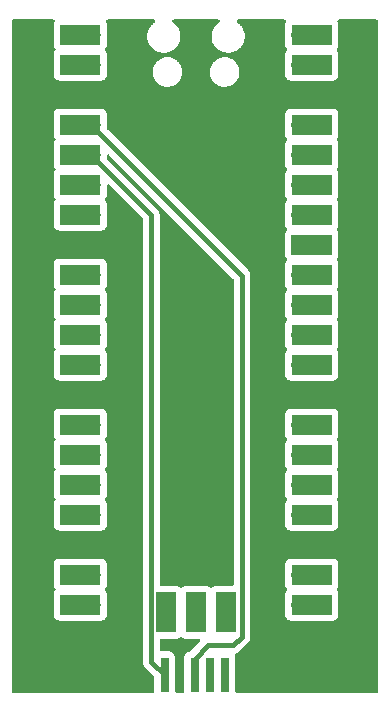
<source format=gtl>
G04 #@! TF.GenerationSoftware,KiCad,Pcbnew,7.0.7-7.0.7~ubuntu22.04.1*
G04 #@! TF.CreationDate,2024-01-07T15:40:38+01:00*
G04 #@! TF.ProjectId,pico-dap-swd,7069636f-2d64-4617-902d-7377642e6b69,rev?*
G04 #@! TF.SameCoordinates,Original*
G04 #@! TF.FileFunction,Copper,L1,Top*
G04 #@! TF.FilePolarity,Positive*
%FSLAX46Y46*%
G04 Gerber Fmt 4.6, Leading zero omitted, Abs format (unit mm)*
G04 Created by KiCad (PCBNEW 7.0.7-7.0.7~ubuntu22.04.1) date 2024-01-07 15:40:38*
%MOMM*%
%LPD*%
G01*
G04 APERTURE LIST*
G04 #@! TA.AperFunction,SMDPad,CuDef*
%ADD10R,1.700000X3.500000*%
G04 #@! TD*
G04 #@! TA.AperFunction,ComponentPad*
%ADD11O,1.700000X1.700000*%
G04 #@! TD*
G04 #@! TA.AperFunction,ComponentPad*
%ADD12R,1.700000X1.700000*%
G04 #@! TD*
G04 #@! TA.AperFunction,SMDPad,CuDef*
%ADD13R,3.500000X1.700000*%
G04 #@! TD*
G04 #@! TA.AperFunction,SMDPad,CuDef*
%ADD14R,0.750000X3.000000*%
G04 #@! TD*
G04 #@! TA.AperFunction,ViaPad*
%ADD15C,0.800000*%
G04 #@! TD*
G04 #@! TA.AperFunction,Conductor*
%ADD16C,0.400000*%
G04 #@! TD*
G04 APERTURE END LIST*
D10*
X83150000Y-86210000D03*
D11*
X83150000Y-85310000D03*
D10*
X80610000Y-86210000D03*
D12*
X80610000Y-85310000D03*
D11*
X78070000Y-85310000D03*
D10*
X78070000Y-86210000D03*
D13*
X90400000Y-37280000D03*
D11*
X89500000Y-37280000D03*
X89500000Y-39820000D03*
D13*
X90400000Y-39820000D03*
D12*
X89500000Y-42360000D03*
D13*
X90400000Y-42360000D03*
D11*
X89500000Y-44900000D03*
D13*
X90400000Y-44900000D03*
X90400000Y-47440000D03*
D11*
X89500000Y-47440000D03*
X89500000Y-49980000D03*
D13*
X90400000Y-49980000D03*
D11*
X89500000Y-52520000D03*
D13*
X90400000Y-52520000D03*
D12*
X89500000Y-55060000D03*
D13*
X90400000Y-55060000D03*
X90400000Y-57600000D03*
D11*
X89500000Y-57600000D03*
D13*
X90400000Y-60140000D03*
D11*
X89500000Y-60140000D03*
X89500000Y-62680000D03*
D13*
X90400000Y-62680000D03*
X90400000Y-65220000D03*
D11*
X89500000Y-65220000D03*
D13*
X90400000Y-67760000D03*
D12*
X89500000Y-67760000D03*
D13*
X90400000Y-70300000D03*
D11*
X89500000Y-70300000D03*
X89500000Y-72840000D03*
D13*
X90400000Y-72840000D03*
D11*
X89500000Y-75380000D03*
D13*
X90400000Y-75380000D03*
X90400000Y-77920000D03*
D11*
X89500000Y-77920000D03*
D12*
X89500000Y-80460000D03*
D13*
X90400000Y-80460000D03*
D11*
X89500000Y-83000000D03*
D13*
X90400000Y-83000000D03*
D11*
X89500000Y-85540000D03*
D13*
X90400000Y-85540000D03*
D11*
X71720000Y-85540000D03*
D13*
X70820000Y-85540000D03*
X70820000Y-83000000D03*
D11*
X71720000Y-83000000D03*
D12*
X71720000Y-80460000D03*
D13*
X70820000Y-80460000D03*
D11*
X71720000Y-77920000D03*
D13*
X70820000Y-77920000D03*
D11*
X71720000Y-75380000D03*
D13*
X70820000Y-75380000D03*
X70820000Y-72840000D03*
D11*
X71720000Y-72840000D03*
X71720000Y-70300000D03*
D13*
X70820000Y-70300000D03*
X70820000Y-67760000D03*
D12*
X71720000Y-67760000D03*
D13*
X70820000Y-65220000D03*
D11*
X71720000Y-65220000D03*
X71720000Y-62680000D03*
D13*
X70820000Y-62680000D03*
X70820000Y-60140000D03*
D11*
X71720000Y-60140000D03*
X71720000Y-57600000D03*
D13*
X70820000Y-57600000D03*
X70820000Y-55060000D03*
D12*
X71720000Y-55060000D03*
D11*
X71720000Y-52520000D03*
D13*
X70820000Y-52520000D03*
X70820000Y-49980000D03*
D11*
X71720000Y-49980000D03*
D13*
X70820000Y-47440000D03*
D11*
X71720000Y-47440000D03*
D13*
X70820000Y-44900000D03*
D11*
X71720000Y-44900000D03*
D12*
X71720000Y-42360000D03*
D13*
X70820000Y-42360000D03*
X70820000Y-39820000D03*
D11*
X71720000Y-39820000D03*
D13*
X70820000Y-37280000D03*
D11*
X71720000Y-37280000D03*
D14*
X83040000Y-91512500D03*
X81770000Y-91512500D03*
X80500000Y-91512500D03*
X79230000Y-91512500D03*
X77960000Y-91512500D03*
D15*
X66950000Y-38361750D03*
X66950000Y-44361750D03*
X66950000Y-50361750D03*
X66950000Y-56361750D03*
X66950000Y-62361750D03*
X66950000Y-68361750D03*
X66950000Y-74361750D03*
X66950000Y-80361750D03*
X66950000Y-86361750D03*
X68950000Y-90361750D03*
X72950000Y-88361750D03*
X74950000Y-38361750D03*
X74950000Y-44361750D03*
X74950000Y-54361750D03*
X74950000Y-60361750D03*
X74950000Y-66361750D03*
X74950000Y-72361750D03*
X74950000Y-78361750D03*
X74950000Y-84361750D03*
X78950000Y-42361750D03*
X78950000Y-48361750D03*
X78950000Y-56361750D03*
X78950000Y-62361750D03*
X78950000Y-68361750D03*
X78950000Y-74361750D03*
X78950000Y-80361750D03*
X80950000Y-38361750D03*
X82950000Y-44361750D03*
X82950000Y-50361750D03*
X82950000Y-58361750D03*
X82950000Y-64361750D03*
X82950000Y-70361750D03*
X82950000Y-76361750D03*
X82950000Y-82361750D03*
X84950000Y-40361750D03*
X84950000Y-54361750D03*
X84950000Y-90361750D03*
X86950000Y-46361750D03*
X86950000Y-60361750D03*
X86950000Y-66361750D03*
X86950000Y-72361750D03*
X86950000Y-78361750D03*
X86950000Y-84361750D03*
X88950000Y-88361750D03*
X92950000Y-90361750D03*
X94950000Y-38361750D03*
X94950000Y-44361750D03*
X94950000Y-50361750D03*
X94950000Y-56361750D03*
X94950000Y-62361750D03*
X94950000Y-68361750D03*
X94950000Y-74361750D03*
X94950000Y-80361750D03*
X94950000Y-86361750D03*
X79500000Y-89000000D03*
D16*
X79230000Y-91512500D02*
X79230000Y-89270000D01*
X79230000Y-89270000D02*
X79500000Y-89000000D01*
X80500000Y-91512500D02*
X80500000Y-90107500D01*
X84500000Y-57680000D02*
X71720000Y-44900000D01*
X80500000Y-90107500D02*
X81607500Y-89000000D01*
X81607500Y-89000000D02*
X83760000Y-89000000D01*
X83760000Y-89000000D02*
X84500000Y-88260000D01*
X84500000Y-88260000D02*
X84500000Y-57680000D01*
X77960000Y-91512500D02*
X76820000Y-90372500D01*
X76820000Y-90372500D02*
X76820000Y-52540000D01*
X76820000Y-52540000D02*
X71720000Y-47440000D01*
G04 #@! TA.AperFunction,Conductor*
G36*
X68586454Y-36020185D02*
G01*
X68632209Y-36072989D01*
X68642153Y-36142147D01*
X68628246Y-36183929D01*
X68626203Y-36187669D01*
X68575908Y-36322517D01*
X68569877Y-36378621D01*
X68569501Y-36382123D01*
X68569500Y-36382135D01*
X68569500Y-38177870D01*
X68569501Y-38177876D01*
X68575908Y-38237483D01*
X68626202Y-38372328D01*
X68626204Y-38372331D01*
X68703577Y-38475688D01*
X68727995Y-38541152D01*
X68713144Y-38609425D01*
X68703578Y-38624310D01*
X68626204Y-38727668D01*
X68626202Y-38727671D01*
X68575908Y-38862517D01*
X68569501Y-38922116D01*
X68569501Y-38922123D01*
X68569500Y-38922135D01*
X68569500Y-40717870D01*
X68569501Y-40717876D01*
X68575908Y-40777483D01*
X68626202Y-40912328D01*
X68626206Y-40912335D01*
X68712452Y-41027544D01*
X68712455Y-41027547D01*
X68827664Y-41113793D01*
X68827671Y-41113797D01*
X68962517Y-41164091D01*
X68962516Y-41164091D01*
X68969444Y-41164835D01*
X69022127Y-41170500D01*
X71658317Y-41170499D01*
X71663721Y-41170734D01*
X71686774Y-41172751D01*
X71719999Y-41175659D01*
X71719999Y-41175658D01*
X71720000Y-41175659D01*
X71776280Y-41170734D01*
X71781682Y-41170499D01*
X72617871Y-41170499D01*
X72617872Y-41170499D01*
X72677483Y-41164091D01*
X72812331Y-41113796D01*
X72927546Y-41027546D01*
X73013796Y-40912331D01*
X73064091Y-40777483D01*
X73070500Y-40717873D01*
X73070500Y-40440003D01*
X76929723Y-40440003D01*
X76931688Y-40462470D01*
X76931862Y-40470660D01*
X76930709Y-40496324D01*
X76930710Y-40496328D01*
X76941641Y-40577031D01*
X76941966Y-40579949D01*
X76948792Y-40657972D01*
X76948795Y-40657987D01*
X76955482Y-40682941D01*
X76957034Y-40690670D01*
X76960924Y-40719381D01*
X76960926Y-40719392D01*
X76985075Y-40793713D01*
X76985997Y-40796825D01*
X77005423Y-40869324D01*
X77005427Y-40869336D01*
X77017736Y-40895732D01*
X77020512Y-40902779D01*
X77030483Y-40933464D01*
X77065970Y-40999411D01*
X77067558Y-41002576D01*
X77097898Y-41067639D01*
X77116490Y-41094191D01*
X77120303Y-41100378D01*
X77137146Y-41131678D01*
X77137152Y-41131687D01*
X77181792Y-41187663D01*
X77184106Y-41190758D01*
X77210510Y-41228465D01*
X77223402Y-41246877D01*
X77223405Y-41246880D01*
X77248646Y-41272121D01*
X77253283Y-41277309D01*
X77277492Y-41307666D01*
X77328959Y-41352632D01*
X77332008Y-41355483D01*
X77378116Y-41401592D01*
X77378122Y-41401597D01*
X77378123Y-41401598D01*
X77389802Y-41409775D01*
X77410055Y-41423957D01*
X77415290Y-41428057D01*
X77447004Y-41455765D01*
X77447013Y-41455771D01*
X77502849Y-41489131D01*
X77506613Y-41491568D01*
X77557359Y-41527101D01*
X77557364Y-41527104D01*
X77579917Y-41537620D01*
X77595677Y-41544969D01*
X77601271Y-41547935D01*
X77638349Y-41570088D01*
X77640236Y-41571215D01*
X77658828Y-41578192D01*
X77698083Y-41592925D01*
X77702503Y-41594782D01*
X77755670Y-41619575D01*
X77755674Y-41619577D01*
X77786069Y-41627720D01*
X77799677Y-41631366D01*
X77805413Y-41633207D01*
X77822264Y-41639531D01*
X77850976Y-41650307D01*
X77908545Y-41660754D01*
X77913511Y-41661868D01*
X77967023Y-41676207D01*
X78015689Y-41680464D01*
X78021306Y-41681218D01*
X78072453Y-41690500D01*
X78127691Y-41690500D01*
X78133092Y-41690735D01*
X78161548Y-41693225D01*
X78184998Y-41695277D01*
X78185000Y-41695277D01*
X78237992Y-41690640D01*
X78241121Y-41690500D01*
X78241155Y-41690500D01*
X78295172Y-41685638D01*
X78402977Y-41676207D01*
X78403000Y-41676200D01*
X78403475Y-41676117D01*
X78408713Y-41675419D01*
X78409188Y-41675377D01*
X78512997Y-41646726D01*
X78614330Y-41619575D01*
X78614337Y-41619571D01*
X78621254Y-41617053D01*
X78625948Y-41615554D01*
X78626170Y-41615493D01*
X78626181Y-41615487D01*
X78626183Y-41615487D01*
X78720454Y-41570088D01*
X78720453Y-41570087D01*
X78812639Y-41527102D01*
X78812644Y-41527097D01*
X78817327Y-41524395D01*
X78817400Y-41524522D01*
X78828164Y-41518218D01*
X78828973Y-41517829D01*
X78911156Y-41458118D01*
X78991877Y-41401598D01*
X78992747Y-41400727D01*
X79007550Y-41388084D01*
X79011078Y-41385522D01*
X79079131Y-41314343D01*
X79146598Y-41246877D01*
X79149285Y-41243039D01*
X79161239Y-41228465D01*
X79166629Y-41222828D01*
X79166628Y-41222828D01*
X79166632Y-41222825D01*
X79219164Y-41143241D01*
X79272102Y-41067639D01*
X79275543Y-41060259D01*
X79284432Y-41044364D01*
X79290635Y-41034968D01*
X79326889Y-40950146D01*
X79364575Y-40869330D01*
X79367570Y-40858148D01*
X79373325Y-40841505D01*
X79379103Y-40827988D01*
X79398936Y-40741092D01*
X79421207Y-40657977D01*
X79422887Y-40638766D01*
X79424206Y-40630377D01*
X79424445Y-40629325D01*
X79429191Y-40608537D01*
X79433050Y-40522602D01*
X79440277Y-40440003D01*
X81779723Y-40440003D01*
X81781688Y-40462470D01*
X81781862Y-40470660D01*
X81780709Y-40496324D01*
X81780710Y-40496328D01*
X81791641Y-40577031D01*
X81791966Y-40579949D01*
X81798792Y-40657972D01*
X81798795Y-40657987D01*
X81805482Y-40682941D01*
X81807034Y-40690670D01*
X81810924Y-40719381D01*
X81810926Y-40719392D01*
X81835075Y-40793713D01*
X81835997Y-40796825D01*
X81855423Y-40869324D01*
X81855427Y-40869336D01*
X81867736Y-40895732D01*
X81870512Y-40902779D01*
X81880483Y-40933464D01*
X81915970Y-40999411D01*
X81917558Y-41002576D01*
X81947898Y-41067639D01*
X81966490Y-41094191D01*
X81970303Y-41100378D01*
X81987146Y-41131678D01*
X81987152Y-41131687D01*
X82031792Y-41187663D01*
X82034106Y-41190758D01*
X82060510Y-41228465D01*
X82073402Y-41246877D01*
X82073405Y-41246880D01*
X82098646Y-41272121D01*
X82103283Y-41277309D01*
X82127492Y-41307666D01*
X82178959Y-41352632D01*
X82182008Y-41355483D01*
X82228116Y-41401592D01*
X82228122Y-41401597D01*
X82228123Y-41401598D01*
X82239802Y-41409775D01*
X82260055Y-41423957D01*
X82265290Y-41428057D01*
X82297004Y-41455765D01*
X82297013Y-41455771D01*
X82352849Y-41489131D01*
X82356613Y-41491568D01*
X82407359Y-41527101D01*
X82407364Y-41527104D01*
X82429917Y-41537620D01*
X82445677Y-41544969D01*
X82451271Y-41547935D01*
X82488349Y-41570088D01*
X82490236Y-41571215D01*
X82508828Y-41578192D01*
X82548083Y-41592925D01*
X82552503Y-41594782D01*
X82605670Y-41619575D01*
X82605674Y-41619577D01*
X82636069Y-41627720D01*
X82649677Y-41631366D01*
X82655413Y-41633207D01*
X82672264Y-41639531D01*
X82700976Y-41650307D01*
X82758545Y-41660754D01*
X82763511Y-41661868D01*
X82817023Y-41676207D01*
X82865689Y-41680464D01*
X82871306Y-41681218D01*
X82922453Y-41690500D01*
X82977691Y-41690500D01*
X82983092Y-41690735D01*
X83011548Y-41693225D01*
X83034998Y-41695277D01*
X83035000Y-41695277D01*
X83087992Y-41690640D01*
X83091121Y-41690500D01*
X83091155Y-41690500D01*
X83145172Y-41685638D01*
X83252977Y-41676207D01*
X83253000Y-41676200D01*
X83253475Y-41676117D01*
X83258713Y-41675419D01*
X83259188Y-41675377D01*
X83362997Y-41646726D01*
X83464330Y-41619575D01*
X83464337Y-41619571D01*
X83471254Y-41617053D01*
X83475948Y-41615554D01*
X83476170Y-41615493D01*
X83476181Y-41615487D01*
X83476183Y-41615487D01*
X83570454Y-41570088D01*
X83570453Y-41570088D01*
X83662639Y-41527102D01*
X83662644Y-41527097D01*
X83667327Y-41524395D01*
X83667400Y-41524522D01*
X83678164Y-41518218D01*
X83678973Y-41517829D01*
X83761156Y-41458118D01*
X83841877Y-41401598D01*
X83842747Y-41400727D01*
X83857550Y-41388084D01*
X83861078Y-41385522D01*
X83929131Y-41314343D01*
X83996598Y-41246877D01*
X83999285Y-41243039D01*
X84011239Y-41228465D01*
X84016629Y-41222828D01*
X84016628Y-41222828D01*
X84016632Y-41222825D01*
X84069164Y-41143241D01*
X84122102Y-41067639D01*
X84125543Y-41060259D01*
X84134432Y-41044364D01*
X84140635Y-41034968D01*
X84176889Y-40950146D01*
X84214575Y-40869330D01*
X84217570Y-40858148D01*
X84223325Y-40841505D01*
X84229103Y-40827988D01*
X84248936Y-40741092D01*
X84271207Y-40657977D01*
X84272887Y-40638766D01*
X84274206Y-40630377D01*
X84274445Y-40629325D01*
X84279191Y-40608537D01*
X84283050Y-40522602D01*
X84290277Y-40440000D01*
X84288310Y-40417528D01*
X84288137Y-40409334D01*
X84289290Y-40383670D01*
X84278353Y-40302939D01*
X84278034Y-40300067D01*
X84271207Y-40222023D01*
X84264515Y-40197053D01*
X84262963Y-40189322D01*
X84259076Y-40160618D01*
X84259075Y-40160616D01*
X84259075Y-40160613D01*
X84234921Y-40086276D01*
X84233998Y-40083161D01*
X84214576Y-40010673D01*
X84214574Y-40010669D01*
X84202266Y-39984274D01*
X84199488Y-39977222D01*
X84189519Y-39946541D01*
X84189517Y-39946537D01*
X84189517Y-39946536D01*
X84176988Y-39923253D01*
X84154027Y-39880583D01*
X84152432Y-39877405D01*
X84137338Y-39845036D01*
X84122102Y-39812362D01*
X84103512Y-39785813D01*
X84099698Y-39779625D01*
X84099359Y-39778995D01*
X84082852Y-39748319D01*
X84038192Y-39692318D01*
X84035896Y-39689247D01*
X83996598Y-39633123D01*
X83971353Y-39607878D01*
X83966715Y-39602689D01*
X83942506Y-39572332D01*
X83891039Y-39527366D01*
X83887990Y-39524515D01*
X83841878Y-39478402D01*
X83809940Y-39456039D01*
X83804705Y-39451939D01*
X83772996Y-39424235D01*
X83772994Y-39424233D01*
X83772992Y-39424232D01*
X83717149Y-39390868D01*
X83713386Y-39388431D01*
X83662641Y-39352899D01*
X83624333Y-39335035D01*
X83618735Y-39332067D01*
X83579769Y-39308787D01*
X83579767Y-39308786D01*
X83521928Y-39287079D01*
X83517515Y-39285226D01*
X83464330Y-39260425D01*
X83420321Y-39248632D01*
X83414581Y-39246790D01*
X83369025Y-39229692D01*
X83311456Y-39219245D01*
X83306480Y-39218128D01*
X83252977Y-39203793D01*
X83204327Y-39199536D01*
X83198659Y-39198775D01*
X83147551Y-39189500D01*
X83147547Y-39189500D01*
X83092309Y-39189500D01*
X83086907Y-39189264D01*
X83058451Y-39186774D01*
X83035002Y-39184723D01*
X83034997Y-39184723D01*
X82982050Y-39189355D01*
X82978862Y-39189499D01*
X82978851Y-39189500D01*
X82978845Y-39189500D01*
X82932671Y-39193655D01*
X82924826Y-39194361D01*
X82817020Y-39203793D01*
X82816468Y-39203891D01*
X82811275Y-39204581D01*
X82810812Y-39204622D01*
X82810809Y-39204623D01*
X82707002Y-39233273D01*
X82605659Y-39260428D01*
X82598739Y-39262946D01*
X82594050Y-39264444D01*
X82593849Y-39264499D01*
X82593832Y-39264505D01*
X82499528Y-39309919D01*
X82407358Y-39352899D01*
X82402670Y-39355606D01*
X82402598Y-39355481D01*
X82391871Y-39361764D01*
X82391030Y-39362168D01*
X82308831Y-39421889D01*
X82228123Y-39478401D01*
X82227241Y-39479284D01*
X82212461Y-39491906D01*
X82208928Y-39494472D01*
X82208916Y-39494483D01*
X82177477Y-39527366D01*
X82140868Y-39565656D01*
X82118379Y-39588144D01*
X82073403Y-39633120D01*
X82073402Y-39633121D01*
X82070711Y-39636965D01*
X82058773Y-39651521D01*
X82053368Y-39657174D01*
X82032476Y-39688822D01*
X82000828Y-39736768D01*
X81947897Y-39812362D01*
X81947898Y-39812362D01*
X81947891Y-39812374D01*
X81944457Y-39819738D01*
X81935572Y-39835628D01*
X81929362Y-39845035D01*
X81929362Y-39845036D01*
X81893108Y-39929859D01*
X81855425Y-40010669D01*
X81855424Y-40010671D01*
X81852425Y-40021860D01*
X81846681Y-40038475D01*
X81840899Y-40052005D01*
X81840896Y-40052016D01*
X81821063Y-40138907D01*
X81798793Y-40222022D01*
X81798793Y-40222023D01*
X81797112Y-40241226D01*
X81795793Y-40249625D01*
X81790809Y-40271459D01*
X81790809Y-40271464D01*
X81786949Y-40357397D01*
X81779723Y-40439996D01*
X81779723Y-40440003D01*
X79440277Y-40440003D01*
X79440277Y-40440000D01*
X79438310Y-40417528D01*
X79438137Y-40409334D01*
X79439290Y-40383670D01*
X79428353Y-40302939D01*
X79428034Y-40300067D01*
X79421207Y-40222023D01*
X79414515Y-40197053D01*
X79412963Y-40189322D01*
X79409076Y-40160618D01*
X79409075Y-40160616D01*
X79409075Y-40160613D01*
X79384921Y-40086276D01*
X79383998Y-40083161D01*
X79364576Y-40010673D01*
X79364574Y-40010669D01*
X79352266Y-39984274D01*
X79349488Y-39977222D01*
X79339519Y-39946541D01*
X79339517Y-39946537D01*
X79339517Y-39946536D01*
X79326988Y-39923253D01*
X79304027Y-39880583D01*
X79302432Y-39877405D01*
X79287338Y-39845036D01*
X79272102Y-39812362D01*
X79253512Y-39785813D01*
X79249698Y-39779625D01*
X79249359Y-39778995D01*
X79232852Y-39748319D01*
X79188192Y-39692318D01*
X79185896Y-39689247D01*
X79146598Y-39633123D01*
X79121353Y-39607878D01*
X79116715Y-39602689D01*
X79092506Y-39572332D01*
X79041039Y-39527366D01*
X79037990Y-39524515D01*
X78991878Y-39478402D01*
X78959940Y-39456039D01*
X78954705Y-39451939D01*
X78922996Y-39424235D01*
X78922994Y-39424233D01*
X78922992Y-39424232D01*
X78867149Y-39390868D01*
X78863386Y-39388431D01*
X78812641Y-39352899D01*
X78774333Y-39335035D01*
X78768735Y-39332067D01*
X78729769Y-39308787D01*
X78729767Y-39308786D01*
X78671928Y-39287079D01*
X78667515Y-39285226D01*
X78614330Y-39260425D01*
X78570321Y-39248632D01*
X78564581Y-39246790D01*
X78519025Y-39229692D01*
X78461456Y-39219245D01*
X78456480Y-39218128D01*
X78402977Y-39203793D01*
X78354327Y-39199536D01*
X78348659Y-39198775D01*
X78297551Y-39189500D01*
X78297547Y-39189500D01*
X78242309Y-39189500D01*
X78236907Y-39189264D01*
X78208451Y-39186774D01*
X78185002Y-39184723D01*
X78184997Y-39184723D01*
X78132050Y-39189355D01*
X78128862Y-39189499D01*
X78128851Y-39189500D01*
X78128845Y-39189500D01*
X78082671Y-39193655D01*
X78074826Y-39194361D01*
X77967020Y-39203793D01*
X77966468Y-39203891D01*
X77961275Y-39204581D01*
X77960812Y-39204622D01*
X77960809Y-39204623D01*
X77857002Y-39233273D01*
X77755659Y-39260428D01*
X77748739Y-39262946D01*
X77744050Y-39264444D01*
X77743849Y-39264499D01*
X77743832Y-39264505D01*
X77649528Y-39309919D01*
X77557358Y-39352899D01*
X77552670Y-39355606D01*
X77552598Y-39355481D01*
X77541871Y-39361764D01*
X77541030Y-39362168D01*
X77458831Y-39421889D01*
X77378123Y-39478401D01*
X77377241Y-39479284D01*
X77362461Y-39491906D01*
X77358928Y-39494472D01*
X77358916Y-39494483D01*
X77327477Y-39527366D01*
X77290868Y-39565656D01*
X77268379Y-39588144D01*
X77223403Y-39633120D01*
X77223402Y-39633121D01*
X77220711Y-39636965D01*
X77208773Y-39651521D01*
X77203368Y-39657174D01*
X77182476Y-39688822D01*
X77150828Y-39736768D01*
X77097898Y-39812362D01*
X77097891Y-39812374D01*
X77094457Y-39819738D01*
X77085572Y-39835628D01*
X77079362Y-39845035D01*
X77079362Y-39845036D01*
X77043108Y-39929859D01*
X77005425Y-40010669D01*
X77005424Y-40010671D01*
X77002425Y-40021860D01*
X76996681Y-40038475D01*
X76990899Y-40052005D01*
X76990896Y-40052016D01*
X76971063Y-40138907D01*
X76948793Y-40222022D01*
X76948793Y-40222023D01*
X76947112Y-40241226D01*
X76945793Y-40249625D01*
X76940809Y-40271459D01*
X76940809Y-40271464D01*
X76936949Y-40357397D01*
X76929723Y-40439996D01*
X76929723Y-40440003D01*
X73070500Y-40440003D01*
X73070499Y-39881677D01*
X73070735Y-39876272D01*
X73074292Y-39835628D01*
X73075659Y-39820000D01*
X73070734Y-39763722D01*
X73070499Y-39758319D01*
X73070499Y-38922129D01*
X73070498Y-38922123D01*
X73070497Y-38922116D01*
X73064091Y-38862517D01*
X73041178Y-38801085D01*
X73013797Y-38727671D01*
X73013795Y-38727668D01*
X73003011Y-38713262D01*
X72936421Y-38624309D01*
X72912004Y-38558848D01*
X72926855Y-38490575D01*
X72936416Y-38475696D01*
X73013796Y-38372331D01*
X73064091Y-38237483D01*
X73070500Y-38177873D01*
X73070499Y-37341677D01*
X73070735Y-37336272D01*
X73075659Y-37280000D01*
X73075659Y-37279999D01*
X73071413Y-37231474D01*
X73070734Y-37223722D01*
X73070499Y-37218319D01*
X73070499Y-36382129D01*
X73070498Y-36382123D01*
X73070497Y-36382116D01*
X73064091Y-36322517D01*
X73061817Y-36316421D01*
X73013796Y-36187669D01*
X73011754Y-36183929D01*
X73010847Y-36179762D01*
X73010697Y-36179359D01*
X73010755Y-36179337D01*
X72996901Y-36115657D01*
X73021316Y-36050192D01*
X73077249Y-36008319D01*
X73120585Y-36000500D01*
X77057310Y-36000500D01*
X77124349Y-36020185D01*
X77170104Y-36072989D01*
X77180048Y-36142147D01*
X77151023Y-36205703D01*
X77120387Y-36230296D01*
X77120667Y-36230725D01*
X77116367Y-36233533D01*
X77063487Y-36274692D01*
X77060124Y-36277133D01*
X77002001Y-36316417D01*
X77001994Y-36316422D01*
X76970248Y-36346847D01*
X76965430Y-36351011D01*
X76933218Y-36376085D01*
X76933209Y-36376093D01*
X76885613Y-36427795D01*
X76882900Y-36430564D01*
X76829882Y-36481378D01*
X76829880Y-36481380D01*
X76805681Y-36514098D01*
X76801448Y-36519223D01*
X76776022Y-36546845D01*
X76735797Y-36608412D01*
X76733741Y-36611367D01*
X76688124Y-36673047D01*
X76688120Y-36673054D01*
X76671268Y-36706475D01*
X76667811Y-36712472D01*
X76649076Y-36741149D01*
X76618219Y-36811496D01*
X76616803Y-36814503D01*
X76580790Y-36885931D01*
X76570792Y-36918573D01*
X76568288Y-36925323D01*
X76555845Y-36953691D01*
X76555845Y-36953692D01*
X76536178Y-37031347D01*
X76535358Y-37034279D01*
X76510984Y-37113876D01*
X76510983Y-37113879D01*
X76507063Y-37144485D01*
X76505668Y-37151830D01*
X76498867Y-37178688D01*
X76498864Y-37178705D01*
X76491867Y-37263154D01*
X76480702Y-37350344D01*
X76480701Y-37350344D01*
X76481872Y-37377900D01*
X76481716Y-37385655D01*
X76479700Y-37409995D01*
X76479700Y-37410000D01*
X76482359Y-37442097D01*
X76486955Y-37497567D01*
X76490819Y-37588523D01*
X76490820Y-37588534D01*
X76495939Y-37612284D01*
X76497120Y-37620233D01*
X76498865Y-37641301D01*
X76521205Y-37729519D01*
X76541046Y-37821582D01*
X76548883Y-37841084D01*
X76551458Y-37848987D01*
X76555844Y-37866303D01*
X76593655Y-37952504D01*
X76629934Y-38042787D01*
X76629935Y-38042788D01*
X76639232Y-38057888D01*
X76643218Y-38065495D01*
X76649076Y-38078850D01*
X76702275Y-38160277D01*
X76754930Y-38245794D01*
X76761543Y-38253308D01*
X76772263Y-38267402D01*
X76774738Y-38271189D01*
X76776021Y-38273153D01*
X76844027Y-38347028D01*
X76912436Y-38424755D01*
X76917564Y-38428895D01*
X76930882Y-38441377D01*
X76933216Y-38443913D01*
X77014933Y-38507515D01*
X77097920Y-38574523D01*
X77097922Y-38574524D01*
X77100678Y-38576064D01*
X77116360Y-38586460D01*
X77116367Y-38586465D01*
X77116371Y-38586467D01*
X77116374Y-38586470D01*
X77164389Y-38612454D01*
X77210162Y-38637225D01*
X77306046Y-38690790D01*
X77308849Y-38692058D01*
X77315695Y-38695097D01*
X77315794Y-38694873D01*
X77320490Y-38696932D01*
X77320497Y-38696936D01*
X77424276Y-38732563D01*
X77530829Y-38770211D01*
X77531398Y-38770308D01*
X77536129Y-38771312D01*
X77540007Y-38772294D01*
X77540019Y-38772298D01*
X77651324Y-38790871D01*
X77765791Y-38810499D01*
X77765800Y-38810500D01*
X78001044Y-38810500D01*
X78001049Y-38810500D01*
X78034073Y-38804988D01*
X78057469Y-38801085D01*
X78062407Y-38800463D01*
X78122541Y-38795346D01*
X78174615Y-38781786D01*
X78180017Y-38780634D01*
X78229981Y-38772298D01*
X78287186Y-38752658D01*
X78291663Y-38751309D01*
X78353249Y-38735275D01*
X78359249Y-38732563D01*
X78364262Y-38730296D01*
X78399297Y-38714459D01*
X78404681Y-38712322D01*
X78449503Y-38696936D01*
X78505554Y-38666601D01*
X78509527Y-38664632D01*
X78518156Y-38660730D01*
X78570486Y-38637077D01*
X78609647Y-38610608D01*
X78614820Y-38607469D01*
X78653626Y-38586470D01*
X78706532Y-38545290D01*
X78709850Y-38542881D01*
X78768003Y-38503579D01*
X78799770Y-38473131D01*
X78804548Y-38469002D01*
X78836784Y-38443913D01*
X78839109Y-38441388D01*
X78854420Y-38424755D01*
X78884389Y-38392198D01*
X78887101Y-38389432D01*
X78940118Y-38338621D01*
X78964329Y-38305883D01*
X78968540Y-38300785D01*
X78993979Y-38273153D01*
X79034206Y-38211578D01*
X79036241Y-38208652D01*
X79081879Y-38146947D01*
X79098733Y-38113517D01*
X79102170Y-38107552D01*
X79120924Y-38078849D01*
X79151805Y-38008445D01*
X79153174Y-38005538D01*
X79189207Y-37934074D01*
X79199208Y-37901413D01*
X79201701Y-37894694D01*
X79214157Y-37866300D01*
X79233827Y-37788621D01*
X79234635Y-37785732D01*
X79259016Y-37706123D01*
X79262936Y-37675508D01*
X79264330Y-37668170D01*
X79271134Y-37641305D01*
X79278132Y-37556845D01*
X79289298Y-37469654D01*
X79288126Y-37442079D01*
X79288281Y-37434355D01*
X79290300Y-37410000D01*
X79287962Y-37381788D01*
X79283044Y-37322432D01*
X79279180Y-37231468D01*
X79274059Y-37207709D01*
X79272879Y-37199762D01*
X79271134Y-37178695D01*
X79271133Y-37178692D01*
X79271133Y-37178688D01*
X79248794Y-37090480D01*
X79236682Y-37034279D01*
X79228954Y-36998419D01*
X79221115Y-36978912D01*
X79218541Y-36971015D01*
X79214157Y-36953700D01*
X79176344Y-36867495D01*
X79140064Y-36777210D01*
X79130768Y-36762112D01*
X79126779Y-36754500D01*
X79120924Y-36741151D01*
X79067724Y-36659721D01*
X79015071Y-36574208D01*
X79015070Y-36574207D01*
X79015069Y-36574205D01*
X79008451Y-36566686D01*
X78997727Y-36552584D01*
X78993978Y-36546845D01*
X78925972Y-36472971D01*
X78857565Y-36395246D01*
X78852439Y-36391107D01*
X78839117Y-36378621D01*
X78836785Y-36376088D01*
X78836783Y-36376086D01*
X78755066Y-36312484D01*
X78672080Y-36245477D01*
X78672073Y-36245472D01*
X78669311Y-36243929D01*
X78653643Y-36233542D01*
X78653631Y-36233532D01*
X78649339Y-36230729D01*
X78649922Y-36229835D01*
X78604079Y-36184332D01*
X78588973Y-36116114D01*
X78613146Y-36050560D01*
X78668923Y-36008480D01*
X78712689Y-36000500D01*
X82507310Y-36000500D01*
X82574349Y-36020185D01*
X82620104Y-36072989D01*
X82630048Y-36142147D01*
X82601023Y-36205703D01*
X82570387Y-36230296D01*
X82570667Y-36230725D01*
X82566367Y-36233533D01*
X82513487Y-36274692D01*
X82510124Y-36277133D01*
X82452001Y-36316417D01*
X82451994Y-36316422D01*
X82420248Y-36346847D01*
X82415430Y-36351011D01*
X82383218Y-36376085D01*
X82383209Y-36376093D01*
X82335613Y-36427795D01*
X82332900Y-36430564D01*
X82279882Y-36481378D01*
X82279880Y-36481380D01*
X82255681Y-36514098D01*
X82251448Y-36519223D01*
X82226022Y-36546845D01*
X82185797Y-36608412D01*
X82183741Y-36611367D01*
X82138124Y-36673047D01*
X82138120Y-36673054D01*
X82121268Y-36706475D01*
X82117811Y-36712472D01*
X82099076Y-36741149D01*
X82068219Y-36811496D01*
X82066803Y-36814503D01*
X82030790Y-36885931D01*
X82020792Y-36918573D01*
X82018288Y-36925323D01*
X82005845Y-36953691D01*
X82005845Y-36953692D01*
X81986178Y-37031347D01*
X81985358Y-37034279D01*
X81960984Y-37113876D01*
X81960983Y-37113879D01*
X81957063Y-37144485D01*
X81955668Y-37151830D01*
X81948867Y-37178688D01*
X81948864Y-37178705D01*
X81941867Y-37263154D01*
X81930702Y-37350344D01*
X81930701Y-37350344D01*
X81931872Y-37377900D01*
X81931716Y-37385655D01*
X81929700Y-37409995D01*
X81929700Y-37410000D01*
X81932359Y-37442097D01*
X81936955Y-37497567D01*
X81940819Y-37588523D01*
X81940820Y-37588534D01*
X81945939Y-37612284D01*
X81947120Y-37620233D01*
X81948865Y-37641301D01*
X81971205Y-37729519D01*
X81991046Y-37821582D01*
X81998883Y-37841084D01*
X82001458Y-37848987D01*
X82005844Y-37866303D01*
X82043655Y-37952504D01*
X82079934Y-38042787D01*
X82079935Y-38042788D01*
X82089232Y-38057888D01*
X82093218Y-38065495D01*
X82099076Y-38078850D01*
X82152275Y-38160277D01*
X82204930Y-38245794D01*
X82211543Y-38253308D01*
X82222263Y-38267402D01*
X82224738Y-38271189D01*
X82226021Y-38273153D01*
X82294027Y-38347028D01*
X82362436Y-38424755D01*
X82367564Y-38428895D01*
X82380882Y-38441377D01*
X82383216Y-38443913D01*
X82464933Y-38507515D01*
X82547920Y-38574523D01*
X82547922Y-38574524D01*
X82550678Y-38576064D01*
X82566360Y-38586460D01*
X82566367Y-38586465D01*
X82566371Y-38586467D01*
X82566374Y-38586470D01*
X82614389Y-38612454D01*
X82660162Y-38637225D01*
X82756046Y-38690790D01*
X82758849Y-38692058D01*
X82765695Y-38695097D01*
X82765794Y-38694873D01*
X82770490Y-38696932D01*
X82770497Y-38696936D01*
X82874276Y-38732563D01*
X82980829Y-38770211D01*
X82981398Y-38770308D01*
X82986129Y-38771312D01*
X82990007Y-38772294D01*
X82990019Y-38772298D01*
X83101324Y-38790871D01*
X83215791Y-38810499D01*
X83215800Y-38810500D01*
X83451044Y-38810500D01*
X83451049Y-38810500D01*
X83484073Y-38804988D01*
X83507469Y-38801085D01*
X83512407Y-38800463D01*
X83572541Y-38795346D01*
X83624615Y-38781786D01*
X83630017Y-38780634D01*
X83679981Y-38772298D01*
X83737186Y-38752658D01*
X83741663Y-38751309D01*
X83803249Y-38735275D01*
X83809249Y-38732563D01*
X83814262Y-38730296D01*
X83849297Y-38714459D01*
X83854681Y-38712322D01*
X83899503Y-38696936D01*
X83955554Y-38666601D01*
X83959527Y-38664632D01*
X83968156Y-38660730D01*
X84020486Y-38637077D01*
X84059647Y-38610608D01*
X84064820Y-38607469D01*
X84103626Y-38586470D01*
X84156532Y-38545290D01*
X84159850Y-38542881D01*
X84218003Y-38503579D01*
X84249770Y-38473131D01*
X84254548Y-38469002D01*
X84286784Y-38443913D01*
X84289109Y-38441388D01*
X84304420Y-38424755D01*
X84334389Y-38392198D01*
X84337101Y-38389432D01*
X84390118Y-38338621D01*
X84414329Y-38305883D01*
X84418540Y-38300785D01*
X84443979Y-38273153D01*
X84484206Y-38211578D01*
X84486241Y-38208652D01*
X84531879Y-38146947D01*
X84548733Y-38113517D01*
X84552170Y-38107552D01*
X84570924Y-38078849D01*
X84601805Y-38008445D01*
X84603174Y-38005538D01*
X84639207Y-37934074D01*
X84649208Y-37901413D01*
X84651701Y-37894694D01*
X84664157Y-37866300D01*
X84683827Y-37788621D01*
X84684635Y-37785732D01*
X84709016Y-37706123D01*
X84712936Y-37675508D01*
X84714330Y-37668170D01*
X84721134Y-37641305D01*
X84728132Y-37556845D01*
X84739298Y-37469654D01*
X84738126Y-37442079D01*
X84738281Y-37434355D01*
X84740300Y-37410000D01*
X84737962Y-37381788D01*
X84733044Y-37322432D01*
X84729180Y-37231468D01*
X84724059Y-37207709D01*
X84722879Y-37199762D01*
X84721134Y-37178695D01*
X84721133Y-37178692D01*
X84721133Y-37178688D01*
X84698794Y-37090480D01*
X84686682Y-37034279D01*
X84678954Y-36998419D01*
X84671115Y-36978912D01*
X84668541Y-36971015D01*
X84664157Y-36953700D01*
X84626344Y-36867495D01*
X84590064Y-36777210D01*
X84580768Y-36762112D01*
X84576779Y-36754500D01*
X84570924Y-36741151D01*
X84517724Y-36659721D01*
X84465071Y-36574208D01*
X84465070Y-36574207D01*
X84465069Y-36574205D01*
X84458451Y-36566686D01*
X84447727Y-36552584D01*
X84443978Y-36546845D01*
X84375972Y-36472971D01*
X84307565Y-36395246D01*
X84302439Y-36391107D01*
X84289117Y-36378621D01*
X84286785Y-36376088D01*
X84286783Y-36376086D01*
X84205066Y-36312484D01*
X84122080Y-36245477D01*
X84122073Y-36245472D01*
X84119311Y-36243929D01*
X84103643Y-36233542D01*
X84103631Y-36233532D01*
X84099339Y-36230729D01*
X84099922Y-36229835D01*
X84054079Y-36184332D01*
X84038973Y-36116114D01*
X84063146Y-36050560D01*
X84118923Y-36008480D01*
X84162689Y-36000500D01*
X88099415Y-36000500D01*
X88166454Y-36020185D01*
X88212209Y-36072989D01*
X88222153Y-36142147D01*
X88208246Y-36183929D01*
X88206203Y-36187669D01*
X88155908Y-36322517D01*
X88149877Y-36378621D01*
X88149501Y-36382123D01*
X88149500Y-36382135D01*
X88149500Y-37218322D01*
X88149264Y-37223728D01*
X88144341Y-37279998D01*
X88144341Y-37280001D01*
X88149264Y-37336271D01*
X88149500Y-37341677D01*
X88149500Y-38177870D01*
X88149501Y-38177876D01*
X88155908Y-38237483D01*
X88206202Y-38372328D01*
X88206203Y-38372330D01*
X88206204Y-38372331D01*
X88283576Y-38475687D01*
X88283578Y-38475689D01*
X88307995Y-38541153D01*
X88293144Y-38609426D01*
X88283578Y-38624311D01*
X88206203Y-38727669D01*
X88206202Y-38727671D01*
X88155908Y-38862517D01*
X88149501Y-38922116D01*
X88149501Y-38922123D01*
X88149500Y-38922135D01*
X88149500Y-39758322D01*
X88149264Y-39763728D01*
X88144341Y-39819998D01*
X88144341Y-39820001D01*
X88149264Y-39876271D01*
X88149500Y-39881677D01*
X88149500Y-40717870D01*
X88149501Y-40717876D01*
X88155908Y-40777483D01*
X88206202Y-40912328D01*
X88206206Y-40912335D01*
X88292452Y-41027544D01*
X88292455Y-41027547D01*
X88407664Y-41113793D01*
X88407671Y-41113797D01*
X88542517Y-41164091D01*
X88542516Y-41164091D01*
X88549444Y-41164835D01*
X88602127Y-41170500D01*
X89438322Y-41170499D01*
X89443727Y-41170734D01*
X89500000Y-41175659D01*
X89556272Y-41170734D01*
X89561678Y-41170499D01*
X92197871Y-41170499D01*
X92197872Y-41170499D01*
X92257483Y-41164091D01*
X92392331Y-41113796D01*
X92507546Y-41027546D01*
X92593796Y-40912331D01*
X92644091Y-40777483D01*
X92650500Y-40717873D01*
X92650499Y-38922128D01*
X92644091Y-38862517D01*
X92621178Y-38801085D01*
X92593797Y-38727671D01*
X92593795Y-38727668D01*
X92583011Y-38713262D01*
X92516421Y-38624309D01*
X92492004Y-38558848D01*
X92506855Y-38490575D01*
X92516416Y-38475696D01*
X92593796Y-38372331D01*
X92644091Y-38237483D01*
X92650500Y-38177873D01*
X92650499Y-36382128D01*
X92644091Y-36322517D01*
X92641817Y-36316421D01*
X92593796Y-36187669D01*
X92591754Y-36183929D01*
X92590847Y-36179762D01*
X92590697Y-36179359D01*
X92590755Y-36179337D01*
X92576901Y-36115657D01*
X92601316Y-36050192D01*
X92657249Y-36008319D01*
X92700585Y-36000500D01*
X95875500Y-36000500D01*
X95942539Y-36020185D01*
X95988294Y-36072989D01*
X95999500Y-36124500D01*
X95999500Y-92875500D01*
X95979815Y-92942539D01*
X95927011Y-92988294D01*
X95875500Y-92999500D01*
X84039500Y-92999500D01*
X83972461Y-92979815D01*
X83926706Y-92927011D01*
X83915500Y-92875500D01*
X83915499Y-89964629D01*
X83915498Y-89964623D01*
X83915497Y-89964616D01*
X83909091Y-89905017D01*
X83883911Y-89837507D01*
X83878928Y-89767819D01*
X83912412Y-89706496D01*
X83963204Y-89675792D01*
X83969925Y-89673697D01*
X83969927Y-89673695D01*
X83969932Y-89673695D01*
X84026512Y-89648229D01*
X84029942Y-89646809D01*
X84087930Y-89624818D01*
X84096266Y-89619062D01*
X84115821Y-89608034D01*
X84125057Y-89603878D01*
X84173896Y-89565613D01*
X84176876Y-89563421D01*
X84227929Y-89528183D01*
X84269065Y-89481748D01*
X84271599Y-89479056D01*
X84979056Y-88771599D01*
X84981748Y-88769065D01*
X85028183Y-88727929D01*
X85063421Y-88676876D01*
X85065613Y-88673896D01*
X85103878Y-88625057D01*
X85108034Y-88615821D01*
X85119062Y-88596266D01*
X85124818Y-88587930D01*
X85146809Y-88529942D01*
X85148229Y-88526512D01*
X85173695Y-88469932D01*
X85175521Y-88459961D01*
X85181552Y-88438331D01*
X85185140Y-88428871D01*
X85185140Y-88428868D01*
X85188185Y-88403797D01*
X85192613Y-88367325D01*
X85193177Y-88363621D01*
X85199993Y-88326422D01*
X85204358Y-88302606D01*
X85200613Y-88240696D01*
X85200500Y-88236951D01*
X85200500Y-85540001D01*
X88144341Y-85540001D01*
X88149264Y-85596271D01*
X88149500Y-85601677D01*
X88149500Y-86437870D01*
X88149501Y-86437876D01*
X88155908Y-86497483D01*
X88206202Y-86632328D01*
X88206206Y-86632335D01*
X88292452Y-86747544D01*
X88292455Y-86747547D01*
X88407664Y-86833793D01*
X88407671Y-86833797D01*
X88542517Y-86884091D01*
X88542516Y-86884091D01*
X88549444Y-86884835D01*
X88602127Y-86890500D01*
X89438322Y-86890499D01*
X89443727Y-86890734D01*
X89500000Y-86895659D01*
X89556272Y-86890734D01*
X89561678Y-86890499D01*
X92197871Y-86890499D01*
X92197872Y-86890499D01*
X92257483Y-86884091D01*
X92392331Y-86833796D01*
X92507546Y-86747546D01*
X92593796Y-86632331D01*
X92644091Y-86497483D01*
X92650500Y-86437873D01*
X92650499Y-84642128D01*
X92644091Y-84582517D01*
X92593796Y-84447669D01*
X92516421Y-84344309D01*
X92492004Y-84278848D01*
X92506855Y-84210575D01*
X92516416Y-84195696D01*
X92593796Y-84092331D01*
X92644091Y-83957483D01*
X92650500Y-83897873D01*
X92650499Y-82102128D01*
X92644091Y-82042517D01*
X92593796Y-81907669D01*
X92593795Y-81907668D01*
X92593793Y-81907664D01*
X92507547Y-81792455D01*
X92507544Y-81792452D01*
X92392335Y-81706206D01*
X92392328Y-81706202D01*
X92257482Y-81655908D01*
X92257483Y-81655908D01*
X92197883Y-81649501D01*
X92197881Y-81649500D01*
X92197873Y-81649500D01*
X92197865Y-81649500D01*
X89561680Y-81649500D01*
X89556278Y-81649264D01*
X89517494Y-81645871D01*
X89500001Y-81644341D01*
X89499998Y-81644341D01*
X89472715Y-81646727D01*
X89443719Y-81649264D01*
X89438319Y-81649500D01*
X88602129Y-81649500D01*
X88602123Y-81649501D01*
X88542516Y-81655908D01*
X88407671Y-81706202D01*
X88407664Y-81706206D01*
X88292455Y-81792452D01*
X88292452Y-81792455D01*
X88206206Y-81907664D01*
X88206202Y-81907671D01*
X88155908Y-82042517D01*
X88149501Y-82102116D01*
X88149501Y-82102123D01*
X88149500Y-82102135D01*
X88149500Y-82938322D01*
X88149264Y-82943728D01*
X88144341Y-82999998D01*
X88144341Y-83000001D01*
X88149264Y-83056271D01*
X88149500Y-83061677D01*
X88149500Y-83897870D01*
X88149501Y-83897876D01*
X88155908Y-83957483D01*
X88206202Y-84092328D01*
X88206204Y-84092331D01*
X88283577Y-84195688D01*
X88307995Y-84261152D01*
X88293144Y-84329425D01*
X88283578Y-84344310D01*
X88206204Y-84447668D01*
X88206202Y-84447671D01*
X88155908Y-84582517D01*
X88149501Y-84642116D01*
X88149501Y-84642123D01*
X88149500Y-84642135D01*
X88149500Y-85478322D01*
X88149264Y-85483728D01*
X88144341Y-85539998D01*
X88144341Y-85540001D01*
X85200500Y-85540001D01*
X85200500Y-77920001D01*
X88144341Y-77920001D01*
X88149264Y-77976271D01*
X88149500Y-77981677D01*
X88149500Y-78817870D01*
X88149501Y-78817876D01*
X88155908Y-78877483D01*
X88206202Y-79012328D01*
X88206206Y-79012335D01*
X88292452Y-79127544D01*
X88292455Y-79127547D01*
X88407664Y-79213793D01*
X88407671Y-79213797D01*
X88542517Y-79264091D01*
X88542516Y-79264091D01*
X88549444Y-79264835D01*
X88602127Y-79270500D01*
X89438322Y-79270499D01*
X89443727Y-79270734D01*
X89500000Y-79275659D01*
X89556272Y-79270734D01*
X89561678Y-79270499D01*
X92197871Y-79270499D01*
X92197872Y-79270499D01*
X92257483Y-79264091D01*
X92392331Y-79213796D01*
X92507546Y-79127546D01*
X92593796Y-79012331D01*
X92644091Y-78877483D01*
X92650500Y-78817873D01*
X92650499Y-77022128D01*
X92644091Y-76962517D01*
X92593796Y-76827669D01*
X92516421Y-76724309D01*
X92492004Y-76658848D01*
X92506855Y-76590575D01*
X92516416Y-76575696D01*
X92593796Y-76472331D01*
X92644091Y-76337483D01*
X92650500Y-76277873D01*
X92650499Y-74482128D01*
X92644091Y-74422517D01*
X92593796Y-74287669D01*
X92516421Y-74184309D01*
X92492004Y-74118848D01*
X92506855Y-74050575D01*
X92516416Y-74035696D01*
X92593796Y-73932331D01*
X92644091Y-73797483D01*
X92650500Y-73737873D01*
X92650499Y-71942128D01*
X92644091Y-71882517D01*
X92593796Y-71747669D01*
X92516421Y-71644309D01*
X92492004Y-71578848D01*
X92506855Y-71510575D01*
X92516416Y-71495696D01*
X92593796Y-71392331D01*
X92644091Y-71257483D01*
X92650500Y-71197873D01*
X92650499Y-69402128D01*
X92644091Y-69342517D01*
X92593796Y-69207669D01*
X92593795Y-69207668D01*
X92593793Y-69207664D01*
X92507547Y-69092455D01*
X92507544Y-69092452D01*
X92392335Y-69006206D01*
X92392328Y-69006202D01*
X92257482Y-68955908D01*
X92257483Y-68955908D01*
X92197883Y-68949501D01*
X92197881Y-68949500D01*
X92197873Y-68949500D01*
X92197865Y-68949500D01*
X89561680Y-68949500D01*
X89556278Y-68949264D01*
X89517494Y-68945871D01*
X89500001Y-68944341D01*
X89499998Y-68944341D01*
X89472715Y-68946727D01*
X89443719Y-68949264D01*
X89438319Y-68949500D01*
X88602129Y-68949500D01*
X88602123Y-68949501D01*
X88542516Y-68955908D01*
X88407671Y-69006202D01*
X88407664Y-69006206D01*
X88292455Y-69092452D01*
X88292452Y-69092455D01*
X88206206Y-69207664D01*
X88206202Y-69207671D01*
X88155908Y-69342517D01*
X88149501Y-69402116D01*
X88149501Y-69402123D01*
X88149500Y-69402135D01*
X88149500Y-70238322D01*
X88149264Y-70243728D01*
X88144341Y-70299998D01*
X88144341Y-70300001D01*
X88149264Y-70356271D01*
X88149500Y-70361677D01*
X88149500Y-71197870D01*
X88149501Y-71197876D01*
X88155908Y-71257483D01*
X88206202Y-71392328D01*
X88206204Y-71392331D01*
X88283577Y-71495688D01*
X88307995Y-71561152D01*
X88293144Y-71629425D01*
X88283578Y-71644310D01*
X88206204Y-71747668D01*
X88206202Y-71747671D01*
X88155908Y-71882517D01*
X88149501Y-71942116D01*
X88149501Y-71942123D01*
X88149500Y-71942135D01*
X88149500Y-72778322D01*
X88149264Y-72783728D01*
X88144341Y-72839998D01*
X88144341Y-72840001D01*
X88149264Y-72896271D01*
X88149500Y-72901677D01*
X88149500Y-73737870D01*
X88149501Y-73737876D01*
X88155908Y-73797483D01*
X88206202Y-73932328D01*
X88206204Y-73932331D01*
X88283577Y-74035688D01*
X88307995Y-74101152D01*
X88293144Y-74169425D01*
X88283578Y-74184310D01*
X88206204Y-74287668D01*
X88206202Y-74287671D01*
X88155908Y-74422517D01*
X88149501Y-74482116D01*
X88149501Y-74482123D01*
X88149500Y-74482135D01*
X88149500Y-75318322D01*
X88149264Y-75323728D01*
X88144341Y-75379998D01*
X88144341Y-75380001D01*
X88149264Y-75436271D01*
X88149500Y-75441677D01*
X88149500Y-76277870D01*
X88149501Y-76277876D01*
X88155908Y-76337483D01*
X88206202Y-76472328D01*
X88206204Y-76472331D01*
X88283577Y-76575688D01*
X88307995Y-76641152D01*
X88293144Y-76709425D01*
X88283578Y-76724310D01*
X88206204Y-76827668D01*
X88206202Y-76827671D01*
X88155908Y-76962517D01*
X88149501Y-77022116D01*
X88149501Y-77022123D01*
X88149500Y-77022135D01*
X88149500Y-77858322D01*
X88149264Y-77863728D01*
X88144341Y-77919998D01*
X88144341Y-77920001D01*
X85200500Y-77920001D01*
X85200500Y-65220001D01*
X88144341Y-65220001D01*
X88149264Y-65276271D01*
X88149500Y-65281677D01*
X88149500Y-66117870D01*
X88149501Y-66117876D01*
X88155908Y-66177483D01*
X88206202Y-66312328D01*
X88206206Y-66312335D01*
X88292452Y-66427544D01*
X88292455Y-66427547D01*
X88407664Y-66513793D01*
X88407671Y-66513797D01*
X88542517Y-66564091D01*
X88542516Y-66564091D01*
X88549444Y-66564835D01*
X88602127Y-66570500D01*
X89438322Y-66570499D01*
X89443727Y-66570734D01*
X89500000Y-66575659D01*
X89556272Y-66570734D01*
X89561678Y-66570499D01*
X92197871Y-66570499D01*
X92197872Y-66570499D01*
X92257483Y-66564091D01*
X92392331Y-66513796D01*
X92507546Y-66427546D01*
X92593796Y-66312331D01*
X92644091Y-66177483D01*
X92650500Y-66117873D01*
X92650499Y-64322128D01*
X92644091Y-64262517D01*
X92593796Y-64127669D01*
X92516421Y-64024309D01*
X92492004Y-63958848D01*
X92506855Y-63890575D01*
X92516416Y-63875696D01*
X92593796Y-63772331D01*
X92644091Y-63637483D01*
X92650500Y-63577873D01*
X92650499Y-61782128D01*
X92644091Y-61722517D01*
X92593796Y-61587669D01*
X92516421Y-61484309D01*
X92492004Y-61418848D01*
X92506855Y-61350575D01*
X92516416Y-61335696D01*
X92593796Y-61232331D01*
X92644091Y-61097483D01*
X92650500Y-61037873D01*
X92650499Y-59242128D01*
X92644091Y-59182517D01*
X92593796Y-59047669D01*
X92516421Y-58944309D01*
X92492004Y-58878848D01*
X92506855Y-58810575D01*
X92516416Y-58795696D01*
X92593796Y-58692331D01*
X92644091Y-58557483D01*
X92650500Y-58497873D01*
X92650499Y-56702128D01*
X92644091Y-56642517D01*
X92593796Y-56507669D01*
X92516421Y-56404309D01*
X92492004Y-56338848D01*
X92506855Y-56270575D01*
X92516416Y-56255696D01*
X92593796Y-56152331D01*
X92644091Y-56017483D01*
X92650500Y-55957873D01*
X92650499Y-54162128D01*
X92644091Y-54102517D01*
X92593796Y-53967669D01*
X92516421Y-53864309D01*
X92492004Y-53798848D01*
X92506855Y-53730575D01*
X92516416Y-53715696D01*
X92593796Y-53612331D01*
X92644091Y-53477483D01*
X92650500Y-53417873D01*
X92650499Y-51622128D01*
X92644091Y-51562517D01*
X92593796Y-51427669D01*
X92516421Y-51324309D01*
X92492004Y-51258848D01*
X92506855Y-51190575D01*
X92516416Y-51175696D01*
X92593796Y-51072331D01*
X92644091Y-50937483D01*
X92650500Y-50877873D01*
X92650499Y-49082128D01*
X92644091Y-49022517D01*
X92593796Y-48887669D01*
X92516421Y-48784309D01*
X92492004Y-48718848D01*
X92506855Y-48650575D01*
X92516416Y-48635696D01*
X92593796Y-48532331D01*
X92644091Y-48397483D01*
X92650500Y-48337873D01*
X92650499Y-46542128D01*
X92644091Y-46482517D01*
X92593796Y-46347669D01*
X92516421Y-46244309D01*
X92492004Y-46178848D01*
X92506855Y-46110575D01*
X92516416Y-46095696D01*
X92593796Y-45992331D01*
X92644091Y-45857483D01*
X92650500Y-45797873D01*
X92650499Y-44002128D01*
X92644091Y-43942517D01*
X92593796Y-43807669D01*
X92593795Y-43807668D01*
X92593793Y-43807664D01*
X92507547Y-43692455D01*
X92507544Y-43692452D01*
X92392335Y-43606206D01*
X92392328Y-43606202D01*
X92257482Y-43555908D01*
X92257483Y-43555908D01*
X92197883Y-43549501D01*
X92197881Y-43549500D01*
X92197873Y-43549500D01*
X92197865Y-43549500D01*
X89561680Y-43549500D01*
X89556278Y-43549264D01*
X89517494Y-43545871D01*
X89500001Y-43544341D01*
X89499998Y-43544341D01*
X89472715Y-43546727D01*
X89443719Y-43549264D01*
X89438319Y-43549500D01*
X88602129Y-43549500D01*
X88602123Y-43549501D01*
X88542516Y-43555908D01*
X88407671Y-43606202D01*
X88407664Y-43606206D01*
X88292455Y-43692452D01*
X88292452Y-43692455D01*
X88206206Y-43807664D01*
X88206202Y-43807671D01*
X88155908Y-43942517D01*
X88149501Y-44002116D01*
X88149501Y-44002123D01*
X88149500Y-44002135D01*
X88149500Y-44838322D01*
X88149264Y-44843728D01*
X88144341Y-44899998D01*
X88144341Y-44900001D01*
X88149264Y-44956271D01*
X88149500Y-44961677D01*
X88149500Y-45797870D01*
X88149501Y-45797876D01*
X88155908Y-45857483D01*
X88206202Y-45992328D01*
X88206203Y-45992330D01*
X88283578Y-46095689D01*
X88307995Y-46161153D01*
X88293144Y-46229426D01*
X88283578Y-46244311D01*
X88206203Y-46347669D01*
X88206202Y-46347671D01*
X88155908Y-46482517D01*
X88149501Y-46542116D01*
X88149501Y-46542123D01*
X88149500Y-46542135D01*
X88149500Y-47378322D01*
X88149264Y-47383728D01*
X88144341Y-47439998D01*
X88144341Y-47440001D01*
X88149264Y-47496271D01*
X88149500Y-47501677D01*
X88149500Y-48337870D01*
X88149501Y-48337876D01*
X88155908Y-48397483D01*
X88206202Y-48532328D01*
X88206203Y-48532330D01*
X88283578Y-48635689D01*
X88307995Y-48701153D01*
X88293144Y-48769426D01*
X88283578Y-48784311D01*
X88206203Y-48887669D01*
X88206202Y-48887671D01*
X88155908Y-49022517D01*
X88149501Y-49082116D01*
X88149501Y-49082123D01*
X88149500Y-49082135D01*
X88149500Y-49918322D01*
X88149264Y-49923728D01*
X88144341Y-49979998D01*
X88144341Y-49980001D01*
X88149264Y-50036271D01*
X88149500Y-50041677D01*
X88149500Y-50877870D01*
X88149501Y-50877876D01*
X88155908Y-50937483D01*
X88206202Y-51072328D01*
X88206203Y-51072330D01*
X88283578Y-51175689D01*
X88307995Y-51241153D01*
X88293144Y-51309426D01*
X88283578Y-51324311D01*
X88206203Y-51427669D01*
X88206202Y-51427671D01*
X88155908Y-51562517D01*
X88149501Y-51622116D01*
X88149501Y-51622123D01*
X88149500Y-51622135D01*
X88149500Y-52458322D01*
X88149264Y-52463728D01*
X88144341Y-52519998D01*
X88144341Y-52520001D01*
X88149264Y-52576271D01*
X88149500Y-52581677D01*
X88149500Y-53417870D01*
X88149501Y-53417876D01*
X88155908Y-53477483D01*
X88206202Y-53612328D01*
X88206203Y-53612330D01*
X88283578Y-53715689D01*
X88307995Y-53781153D01*
X88293144Y-53849426D01*
X88283578Y-53864311D01*
X88206203Y-53967669D01*
X88206202Y-53967671D01*
X88155908Y-54102517D01*
X88149501Y-54162116D01*
X88149501Y-54162123D01*
X88149500Y-54162135D01*
X88149500Y-55957870D01*
X88149501Y-55957876D01*
X88155908Y-56017483D01*
X88206202Y-56152328D01*
X88206203Y-56152330D01*
X88283578Y-56255689D01*
X88307995Y-56321153D01*
X88293144Y-56389426D01*
X88283578Y-56404311D01*
X88206203Y-56507669D01*
X88206202Y-56507671D01*
X88155908Y-56642517D01*
X88149501Y-56702116D01*
X88149501Y-56702123D01*
X88149500Y-56702135D01*
X88149500Y-57538322D01*
X88149264Y-57543728D01*
X88144341Y-57599998D01*
X88144341Y-57600001D01*
X88149264Y-57656271D01*
X88149500Y-57661677D01*
X88149500Y-58497870D01*
X88149501Y-58497876D01*
X88155908Y-58557483D01*
X88206202Y-58692328D01*
X88206203Y-58692330D01*
X88283578Y-58795689D01*
X88307995Y-58861153D01*
X88293144Y-58929426D01*
X88283578Y-58944311D01*
X88206203Y-59047669D01*
X88206202Y-59047671D01*
X88155908Y-59182517D01*
X88149501Y-59242116D01*
X88149501Y-59242123D01*
X88149500Y-59242135D01*
X88149500Y-60078322D01*
X88149264Y-60083728D01*
X88144341Y-60139998D01*
X88144341Y-60140001D01*
X88149264Y-60196271D01*
X88149500Y-60201677D01*
X88149500Y-61037870D01*
X88149501Y-61037876D01*
X88155908Y-61097483D01*
X88206202Y-61232328D01*
X88206203Y-61232330D01*
X88283578Y-61335689D01*
X88307995Y-61401153D01*
X88293144Y-61469426D01*
X88283578Y-61484311D01*
X88206203Y-61587669D01*
X88206202Y-61587671D01*
X88155908Y-61722517D01*
X88149501Y-61782116D01*
X88149501Y-61782123D01*
X88149500Y-61782135D01*
X88149500Y-62618322D01*
X88149264Y-62623728D01*
X88144341Y-62679998D01*
X88144341Y-62680001D01*
X88149264Y-62736271D01*
X88149500Y-62741677D01*
X88149500Y-63577870D01*
X88149501Y-63577876D01*
X88155908Y-63637483D01*
X88206202Y-63772328D01*
X88206203Y-63772330D01*
X88283578Y-63875689D01*
X88307995Y-63941153D01*
X88293144Y-64009426D01*
X88283578Y-64024311D01*
X88206203Y-64127669D01*
X88206202Y-64127671D01*
X88155908Y-64262517D01*
X88149501Y-64322116D01*
X88149501Y-64322123D01*
X88149500Y-64322135D01*
X88149500Y-65158322D01*
X88149264Y-65163728D01*
X88144341Y-65219998D01*
X88144341Y-65220001D01*
X85200500Y-65220001D01*
X85200500Y-57703035D01*
X85200613Y-57699290D01*
X85204357Y-57637394D01*
X85193177Y-57576386D01*
X85192615Y-57572689D01*
X85185140Y-57511129D01*
X85185139Y-57511125D01*
X85181546Y-57501651D01*
X85175519Y-57480029D01*
X85173694Y-57470070D01*
X85173694Y-57470068D01*
X85148239Y-57413512D01*
X85146809Y-57410057D01*
X85124818Y-57352070D01*
X85119059Y-57343727D01*
X85108030Y-57324172D01*
X85103877Y-57314943D01*
X85103874Y-57314938D01*
X85065633Y-57266127D01*
X85063413Y-57263110D01*
X85049829Y-57243431D01*
X85028183Y-57212071D01*
X84981750Y-57170935D01*
X84979056Y-57168399D01*
X73106818Y-45296161D01*
X73073333Y-45234838D01*
X73070499Y-45208480D01*
X73070499Y-44961679D01*
X73070735Y-44956272D01*
X73075659Y-44900000D01*
X73075659Y-44899999D01*
X73070735Y-44843726D01*
X73070499Y-44838319D01*
X73070499Y-44002129D01*
X73070498Y-44002123D01*
X73070497Y-44002116D01*
X73064091Y-43942517D01*
X73013796Y-43807669D01*
X73013795Y-43807668D01*
X73013793Y-43807664D01*
X72927547Y-43692455D01*
X72927544Y-43692452D01*
X72812335Y-43606206D01*
X72812328Y-43606202D01*
X72677482Y-43555908D01*
X72677483Y-43555908D01*
X72617883Y-43549501D01*
X72617881Y-43549500D01*
X72617873Y-43549500D01*
X72617865Y-43549500D01*
X71781674Y-43549500D01*
X71776272Y-43549264D01*
X71736117Y-43545751D01*
X71720001Y-43544341D01*
X71719998Y-43544341D01*
X71686895Y-43547237D01*
X71663726Y-43549264D01*
X71658323Y-43549500D01*
X69022129Y-43549500D01*
X69022123Y-43549501D01*
X68962516Y-43555908D01*
X68827671Y-43606202D01*
X68827664Y-43606206D01*
X68712455Y-43692452D01*
X68712452Y-43692455D01*
X68626206Y-43807664D01*
X68626202Y-43807671D01*
X68575908Y-43942517D01*
X68569501Y-44002116D01*
X68569501Y-44002123D01*
X68569500Y-44002135D01*
X68569500Y-45797870D01*
X68569501Y-45797876D01*
X68575908Y-45857483D01*
X68626202Y-45992328D01*
X68626203Y-45992330D01*
X68703578Y-46095689D01*
X68727995Y-46161153D01*
X68713144Y-46229426D01*
X68703578Y-46244311D01*
X68626203Y-46347669D01*
X68626202Y-46347671D01*
X68575908Y-46482517D01*
X68569501Y-46542116D01*
X68569501Y-46542123D01*
X68569500Y-46542135D01*
X68569500Y-48337870D01*
X68569501Y-48337876D01*
X68575908Y-48397483D01*
X68626202Y-48532328D01*
X68626203Y-48532330D01*
X68703578Y-48635689D01*
X68727995Y-48701153D01*
X68713144Y-48769426D01*
X68703578Y-48784311D01*
X68626203Y-48887669D01*
X68626202Y-48887671D01*
X68575908Y-49022517D01*
X68569501Y-49082116D01*
X68569501Y-49082123D01*
X68569500Y-49082135D01*
X68569500Y-50877870D01*
X68569501Y-50877876D01*
X68575908Y-50937483D01*
X68626202Y-51072328D01*
X68626203Y-51072330D01*
X68703578Y-51175689D01*
X68727995Y-51241153D01*
X68713144Y-51309426D01*
X68703578Y-51324311D01*
X68626203Y-51427669D01*
X68626202Y-51427671D01*
X68575908Y-51562517D01*
X68569501Y-51622116D01*
X68569501Y-51622123D01*
X68569500Y-51622135D01*
X68569500Y-53417870D01*
X68569501Y-53417876D01*
X68575908Y-53477483D01*
X68626202Y-53612328D01*
X68626206Y-53612335D01*
X68712452Y-53727544D01*
X68712455Y-53727547D01*
X68827664Y-53813793D01*
X68827671Y-53813797D01*
X68962517Y-53864091D01*
X68962516Y-53864091D01*
X68969444Y-53864835D01*
X69022127Y-53870500D01*
X71658317Y-53870499D01*
X71663721Y-53870734D01*
X71686774Y-53872751D01*
X71719999Y-53875659D01*
X71719999Y-53875658D01*
X71720000Y-53875659D01*
X71776280Y-53870734D01*
X71781682Y-53870499D01*
X72617871Y-53870499D01*
X72617872Y-53870499D01*
X72677483Y-53864091D01*
X72812331Y-53813796D01*
X72927546Y-53727546D01*
X73013796Y-53612331D01*
X73064091Y-53477483D01*
X73070500Y-53417873D01*
X73070499Y-52581677D01*
X73070735Y-52576272D01*
X73075659Y-52520000D01*
X73075659Y-52519999D01*
X73070735Y-52463726D01*
X73070499Y-52458319D01*
X73070499Y-51622129D01*
X73070498Y-51622123D01*
X73070497Y-51622116D01*
X73064091Y-51562517D01*
X73013796Y-51427669D01*
X72936421Y-51324309D01*
X72912004Y-51258848D01*
X72926855Y-51190575D01*
X72936416Y-51175696D01*
X73013796Y-51072331D01*
X73064091Y-50937483D01*
X73070500Y-50877873D01*
X73070499Y-50080517D01*
X73090183Y-50013479D01*
X73142987Y-49967724D01*
X73212146Y-49957780D01*
X73275702Y-49986805D01*
X73282180Y-49992837D01*
X76083181Y-52793838D01*
X76116666Y-52855161D01*
X76119500Y-52881519D01*
X76119500Y-90349451D01*
X76119387Y-90353196D01*
X76115642Y-90415103D01*
X76115642Y-90415105D01*
X76126821Y-90476112D01*
X76127384Y-90479813D01*
X76134859Y-90541370D01*
X76134860Y-90541374D01*
X76138451Y-90550843D01*
X76144474Y-90572446D01*
X76146304Y-90582430D01*
X76171759Y-90638990D01*
X76173189Y-90642441D01*
X76195182Y-90700430D01*
X76195183Y-90700431D01*
X76200936Y-90708766D01*
X76211961Y-90728313D01*
X76216120Y-90737555D01*
X76216124Y-90737560D01*
X76254371Y-90786378D01*
X76256591Y-90789396D01*
X76291812Y-90840424D01*
X76291816Y-90840428D01*
X76291817Y-90840429D01*
X76338250Y-90881564D01*
X76340941Y-90884098D01*
X77048180Y-91591337D01*
X77048181Y-91591338D01*
X77081666Y-91652661D01*
X77084500Y-91679019D01*
X77084501Y-92875500D01*
X77064816Y-92942539D01*
X77012013Y-92988294D01*
X76960501Y-92999500D01*
X65124500Y-92999500D01*
X65057461Y-92979815D01*
X65011706Y-92927011D01*
X65000500Y-92875500D01*
X65000500Y-86437870D01*
X68569500Y-86437870D01*
X68569501Y-86437876D01*
X68575908Y-86497483D01*
X68626202Y-86632328D01*
X68626206Y-86632335D01*
X68712452Y-86747544D01*
X68712455Y-86747547D01*
X68827664Y-86833793D01*
X68827671Y-86833797D01*
X68962517Y-86884091D01*
X68962516Y-86884091D01*
X68969444Y-86884835D01*
X69022127Y-86890500D01*
X71658317Y-86890499D01*
X71663721Y-86890734D01*
X71686774Y-86892751D01*
X71719999Y-86895659D01*
X71719999Y-86895658D01*
X71720000Y-86895659D01*
X71776280Y-86890734D01*
X71781682Y-86890499D01*
X72617871Y-86890499D01*
X72617872Y-86890499D01*
X72677483Y-86884091D01*
X72812331Y-86833796D01*
X72927546Y-86747546D01*
X73013796Y-86632331D01*
X73064091Y-86497483D01*
X73070500Y-86437873D01*
X73070499Y-85601677D01*
X73070735Y-85596272D01*
X73075659Y-85540000D01*
X73075659Y-85539999D01*
X73070735Y-85483726D01*
X73070499Y-85478319D01*
X73070499Y-84642129D01*
X73070498Y-84642123D01*
X73070497Y-84642116D01*
X73064091Y-84582517D01*
X73013796Y-84447669D01*
X72936421Y-84344309D01*
X72912004Y-84278848D01*
X72926855Y-84210575D01*
X72936416Y-84195696D01*
X73013796Y-84092331D01*
X73064091Y-83957483D01*
X73070500Y-83897873D01*
X73070499Y-83061677D01*
X73070735Y-83056272D01*
X73075659Y-83000000D01*
X73075659Y-82999999D01*
X73070735Y-82943726D01*
X73070499Y-82938319D01*
X73070499Y-82102129D01*
X73070498Y-82102123D01*
X73070497Y-82102116D01*
X73064091Y-82042517D01*
X73013796Y-81907669D01*
X73013795Y-81907668D01*
X73013793Y-81907664D01*
X72927547Y-81792455D01*
X72927544Y-81792452D01*
X72812335Y-81706206D01*
X72812328Y-81706202D01*
X72677482Y-81655908D01*
X72677483Y-81655908D01*
X72617883Y-81649501D01*
X72617881Y-81649500D01*
X72617873Y-81649500D01*
X72617865Y-81649500D01*
X71781674Y-81649500D01*
X71776272Y-81649264D01*
X71736117Y-81645751D01*
X71720001Y-81644341D01*
X71719998Y-81644341D01*
X71686895Y-81647237D01*
X71663726Y-81649264D01*
X71658323Y-81649500D01*
X69022129Y-81649500D01*
X69022123Y-81649501D01*
X68962516Y-81655908D01*
X68827671Y-81706202D01*
X68827664Y-81706206D01*
X68712455Y-81792452D01*
X68712452Y-81792455D01*
X68626206Y-81907664D01*
X68626202Y-81907671D01*
X68575908Y-82042517D01*
X68569501Y-82102116D01*
X68569501Y-82102123D01*
X68569500Y-82102135D01*
X68569500Y-83897870D01*
X68569501Y-83897876D01*
X68575908Y-83957483D01*
X68626202Y-84092328D01*
X68626203Y-84092330D01*
X68645416Y-84117995D01*
X68703576Y-84195687D01*
X68703578Y-84195689D01*
X68727995Y-84261153D01*
X68713144Y-84329426D01*
X68703578Y-84344311D01*
X68626203Y-84447669D01*
X68626202Y-84447671D01*
X68575908Y-84582517D01*
X68569501Y-84642116D01*
X68569501Y-84642123D01*
X68569500Y-84642135D01*
X68569500Y-86437870D01*
X65000500Y-86437870D01*
X65000500Y-78817870D01*
X68569500Y-78817870D01*
X68569501Y-78817876D01*
X68575908Y-78877483D01*
X68626202Y-79012328D01*
X68626206Y-79012335D01*
X68712452Y-79127544D01*
X68712455Y-79127547D01*
X68827664Y-79213793D01*
X68827671Y-79213797D01*
X68962517Y-79264091D01*
X68962516Y-79264091D01*
X68969444Y-79264835D01*
X69022127Y-79270500D01*
X71658317Y-79270499D01*
X71663721Y-79270734D01*
X71686774Y-79272751D01*
X71719999Y-79275659D01*
X71719999Y-79275658D01*
X71720000Y-79275659D01*
X71776280Y-79270734D01*
X71781682Y-79270499D01*
X72617871Y-79270499D01*
X72617872Y-79270499D01*
X72677483Y-79264091D01*
X72812331Y-79213796D01*
X72927546Y-79127546D01*
X73013796Y-79012331D01*
X73064091Y-78877483D01*
X73070500Y-78817873D01*
X73070499Y-77981677D01*
X73070735Y-77976272D01*
X73075659Y-77920000D01*
X73075659Y-77919999D01*
X73070735Y-77863726D01*
X73070499Y-77858319D01*
X73070499Y-77022129D01*
X73070498Y-77022123D01*
X73070497Y-77022116D01*
X73064091Y-76962517D01*
X73013796Y-76827669D01*
X72936421Y-76724309D01*
X72912004Y-76658848D01*
X72926855Y-76590575D01*
X72936416Y-76575696D01*
X73013796Y-76472331D01*
X73064091Y-76337483D01*
X73070500Y-76277873D01*
X73070499Y-75441677D01*
X73070735Y-75436272D01*
X73075659Y-75380000D01*
X73075659Y-75379999D01*
X73070735Y-75323726D01*
X73070499Y-75318319D01*
X73070499Y-74482129D01*
X73070498Y-74482123D01*
X73070497Y-74482116D01*
X73064091Y-74422517D01*
X73013796Y-74287669D01*
X72936421Y-74184309D01*
X72912004Y-74118848D01*
X72926855Y-74050575D01*
X72936416Y-74035696D01*
X73013796Y-73932331D01*
X73064091Y-73797483D01*
X73070500Y-73737873D01*
X73070499Y-72901677D01*
X73070735Y-72896272D01*
X73075659Y-72840000D01*
X73075659Y-72839999D01*
X73070735Y-72783726D01*
X73070499Y-72778319D01*
X73070499Y-71942129D01*
X73070498Y-71942123D01*
X73070497Y-71942116D01*
X73064091Y-71882517D01*
X73013796Y-71747669D01*
X72936421Y-71644309D01*
X72912004Y-71578848D01*
X72926855Y-71510575D01*
X72936416Y-71495696D01*
X73013796Y-71392331D01*
X73064091Y-71257483D01*
X73070500Y-71197873D01*
X73070499Y-70361677D01*
X73070735Y-70356272D01*
X73075659Y-70300000D01*
X73075659Y-70299999D01*
X73070735Y-70243726D01*
X73070499Y-70238319D01*
X73070499Y-69402129D01*
X73070498Y-69402123D01*
X73070497Y-69402116D01*
X73064091Y-69342517D01*
X73013796Y-69207669D01*
X73013795Y-69207668D01*
X73013793Y-69207664D01*
X72927547Y-69092455D01*
X72927544Y-69092452D01*
X72812335Y-69006206D01*
X72812328Y-69006202D01*
X72677482Y-68955908D01*
X72677483Y-68955908D01*
X72617883Y-68949501D01*
X72617881Y-68949500D01*
X72617873Y-68949500D01*
X72617865Y-68949500D01*
X71781674Y-68949500D01*
X71776272Y-68949264D01*
X71736117Y-68945751D01*
X71720001Y-68944341D01*
X71719998Y-68944341D01*
X71686895Y-68947237D01*
X71663726Y-68949264D01*
X71658323Y-68949500D01*
X69022129Y-68949500D01*
X69022123Y-68949501D01*
X68962516Y-68955908D01*
X68827671Y-69006202D01*
X68827664Y-69006206D01*
X68712455Y-69092452D01*
X68712452Y-69092455D01*
X68626206Y-69207664D01*
X68626202Y-69207671D01*
X68575908Y-69342517D01*
X68569501Y-69402116D01*
X68569501Y-69402123D01*
X68569500Y-69402135D01*
X68569500Y-71197870D01*
X68569501Y-71197876D01*
X68575908Y-71257483D01*
X68626202Y-71392328D01*
X68626203Y-71392330D01*
X68626204Y-71392331D01*
X68703576Y-71495687D01*
X68703578Y-71495689D01*
X68727995Y-71561153D01*
X68713144Y-71629426D01*
X68703578Y-71644311D01*
X68626203Y-71747669D01*
X68626202Y-71747671D01*
X68575908Y-71882517D01*
X68569501Y-71942116D01*
X68569501Y-71942123D01*
X68569500Y-71942135D01*
X68569500Y-73737870D01*
X68569501Y-73737876D01*
X68575908Y-73797483D01*
X68626202Y-73932328D01*
X68626203Y-73932330D01*
X68626204Y-73932331D01*
X68703576Y-74035687D01*
X68703578Y-74035689D01*
X68727995Y-74101153D01*
X68713144Y-74169426D01*
X68703578Y-74184311D01*
X68626203Y-74287669D01*
X68626202Y-74287671D01*
X68575908Y-74422517D01*
X68569501Y-74482116D01*
X68569501Y-74482123D01*
X68569500Y-74482135D01*
X68569500Y-76277870D01*
X68569501Y-76277876D01*
X68575908Y-76337483D01*
X68626202Y-76472328D01*
X68626203Y-76472330D01*
X68626204Y-76472331D01*
X68703576Y-76575687D01*
X68703578Y-76575689D01*
X68727995Y-76641153D01*
X68713144Y-76709426D01*
X68703578Y-76724311D01*
X68626203Y-76827669D01*
X68626202Y-76827671D01*
X68575908Y-76962517D01*
X68569501Y-77022116D01*
X68569501Y-77022123D01*
X68569500Y-77022135D01*
X68569500Y-78817870D01*
X65000500Y-78817870D01*
X65000500Y-66117870D01*
X68569500Y-66117870D01*
X68569501Y-66117876D01*
X68575908Y-66177483D01*
X68626202Y-66312328D01*
X68626206Y-66312335D01*
X68712452Y-66427544D01*
X68712455Y-66427547D01*
X68827664Y-66513793D01*
X68827671Y-66513797D01*
X68962517Y-66564091D01*
X68962516Y-66564091D01*
X68969444Y-66564835D01*
X69022127Y-66570500D01*
X71658317Y-66570499D01*
X71663721Y-66570734D01*
X71686774Y-66572751D01*
X71719999Y-66575659D01*
X71719999Y-66575658D01*
X71720000Y-66575659D01*
X71776280Y-66570734D01*
X71781682Y-66570499D01*
X72617871Y-66570499D01*
X72617872Y-66570499D01*
X72677483Y-66564091D01*
X72812331Y-66513796D01*
X72927546Y-66427546D01*
X73013796Y-66312331D01*
X73064091Y-66177483D01*
X73070500Y-66117873D01*
X73070499Y-65281677D01*
X73070735Y-65276272D01*
X73075659Y-65220000D01*
X73075659Y-65219999D01*
X73070735Y-65163726D01*
X73070499Y-65158319D01*
X73070499Y-64322129D01*
X73070498Y-64322123D01*
X73070497Y-64322116D01*
X73064091Y-64262517D01*
X73013796Y-64127669D01*
X72936421Y-64024309D01*
X72912004Y-63958848D01*
X72926855Y-63890575D01*
X72936416Y-63875696D01*
X73013796Y-63772331D01*
X73064091Y-63637483D01*
X73070500Y-63577873D01*
X73070499Y-62741677D01*
X73070735Y-62736272D01*
X73075659Y-62680000D01*
X73075659Y-62679999D01*
X73070735Y-62623726D01*
X73070499Y-62618319D01*
X73070499Y-61782129D01*
X73070498Y-61782123D01*
X73070497Y-61782116D01*
X73064091Y-61722517D01*
X73013796Y-61587669D01*
X72936421Y-61484309D01*
X72912004Y-61418848D01*
X72926855Y-61350575D01*
X72936416Y-61335696D01*
X73013796Y-61232331D01*
X73064091Y-61097483D01*
X73070500Y-61037873D01*
X73070499Y-60201677D01*
X73070735Y-60196272D01*
X73075659Y-60140000D01*
X73075659Y-60139999D01*
X73070735Y-60083726D01*
X73070499Y-60078319D01*
X73070499Y-59242129D01*
X73070498Y-59242123D01*
X73070497Y-59242116D01*
X73064091Y-59182517D01*
X73013796Y-59047669D01*
X72936421Y-58944309D01*
X72912004Y-58878848D01*
X72926855Y-58810575D01*
X72936416Y-58795696D01*
X73013796Y-58692331D01*
X73064091Y-58557483D01*
X73070500Y-58497873D01*
X73070499Y-57661677D01*
X73070735Y-57656272D01*
X73075659Y-57600000D01*
X73075659Y-57599999D01*
X73070735Y-57543726D01*
X73070499Y-57538319D01*
X73070499Y-56702129D01*
X73070498Y-56702123D01*
X73070497Y-56702116D01*
X73064091Y-56642517D01*
X73013796Y-56507669D01*
X73013795Y-56507668D01*
X73013793Y-56507664D01*
X72927547Y-56392455D01*
X72927544Y-56392452D01*
X72812335Y-56306206D01*
X72812328Y-56306202D01*
X72677482Y-56255908D01*
X72677483Y-56255908D01*
X72617883Y-56249501D01*
X72617881Y-56249500D01*
X72617873Y-56249500D01*
X72617865Y-56249500D01*
X71781674Y-56249500D01*
X71776272Y-56249264D01*
X71736117Y-56245751D01*
X71720001Y-56244341D01*
X71719998Y-56244341D01*
X71686895Y-56247237D01*
X71663726Y-56249264D01*
X71658323Y-56249500D01*
X69022129Y-56249500D01*
X69022123Y-56249501D01*
X68962516Y-56255908D01*
X68827671Y-56306202D01*
X68827664Y-56306206D01*
X68712455Y-56392452D01*
X68712452Y-56392455D01*
X68626206Y-56507664D01*
X68626202Y-56507671D01*
X68575908Y-56642517D01*
X68569501Y-56702116D01*
X68569501Y-56702123D01*
X68569500Y-56702135D01*
X68569500Y-58497870D01*
X68569501Y-58497876D01*
X68575908Y-58557483D01*
X68626202Y-58692328D01*
X68626203Y-58692330D01*
X68703578Y-58795689D01*
X68727995Y-58861153D01*
X68713144Y-58929426D01*
X68703578Y-58944311D01*
X68626203Y-59047669D01*
X68626202Y-59047671D01*
X68575908Y-59182517D01*
X68569501Y-59242116D01*
X68569501Y-59242123D01*
X68569500Y-59242135D01*
X68569500Y-61037870D01*
X68569501Y-61037876D01*
X68575908Y-61097483D01*
X68626202Y-61232328D01*
X68626203Y-61232330D01*
X68703578Y-61335689D01*
X68727995Y-61401153D01*
X68713144Y-61469426D01*
X68703578Y-61484311D01*
X68626203Y-61587669D01*
X68626202Y-61587671D01*
X68575908Y-61722517D01*
X68569501Y-61782116D01*
X68569501Y-61782123D01*
X68569500Y-61782135D01*
X68569500Y-63577870D01*
X68569501Y-63577876D01*
X68575908Y-63637483D01*
X68626202Y-63772328D01*
X68626203Y-63772330D01*
X68703578Y-63875689D01*
X68727995Y-63941153D01*
X68713144Y-64009426D01*
X68703578Y-64024311D01*
X68626203Y-64127669D01*
X68626202Y-64127671D01*
X68575908Y-64262517D01*
X68569501Y-64322116D01*
X68569501Y-64322123D01*
X68569500Y-64322135D01*
X68569500Y-66117870D01*
X65000500Y-66117870D01*
X65000500Y-36124500D01*
X65020185Y-36057461D01*
X65072989Y-36011706D01*
X65124500Y-36000500D01*
X68519415Y-36000500D01*
X68586454Y-36020185D01*
G37*
G04 #@! TD.AperFunction*
G04 #@! TA.AperFunction,Conductor*
G36*
X79399425Y-88316855D02*
G01*
X79414303Y-88326416D01*
X79517668Y-88403795D01*
X79517671Y-88403797D01*
X79652517Y-88454091D01*
X79652516Y-88454091D01*
X79659444Y-88454835D01*
X79712127Y-88460500D01*
X80856981Y-88460499D01*
X80924020Y-88480184D01*
X80969775Y-88532987D01*
X80979719Y-88602146D01*
X80950694Y-88665702D01*
X80944662Y-88672180D01*
X80139111Y-89477730D01*
X80077788Y-89511215D01*
X80064686Y-89513338D01*
X80057449Y-89514116D01*
X80017516Y-89518408D01*
X79882671Y-89568702D01*
X79882664Y-89568706D01*
X79767455Y-89654952D01*
X79767452Y-89654955D01*
X79681206Y-89770164D01*
X79681202Y-89770171D01*
X79630908Y-89905017D01*
X79624501Y-89964616D01*
X79624501Y-89964623D01*
X79624500Y-89964635D01*
X79624501Y-92875500D01*
X79604816Y-92942539D01*
X79552013Y-92988294D01*
X79500501Y-92999500D01*
X78959500Y-92999500D01*
X78892461Y-92979815D01*
X78846706Y-92927011D01*
X78835500Y-92875500D01*
X78835499Y-89964629D01*
X78835498Y-89964623D01*
X78835497Y-89964616D01*
X78829091Y-89905017D01*
X78778796Y-89770169D01*
X78778795Y-89770168D01*
X78778793Y-89770164D01*
X78692547Y-89654955D01*
X78692544Y-89654952D01*
X78577335Y-89568706D01*
X78577328Y-89568702D01*
X78442482Y-89518408D01*
X78442483Y-89518408D01*
X78382883Y-89512001D01*
X78382881Y-89512000D01*
X78382873Y-89512000D01*
X78382865Y-89512000D01*
X77644500Y-89512000D01*
X77577461Y-89492315D01*
X77531706Y-89439511D01*
X77520500Y-89388000D01*
X77520500Y-88584499D01*
X77540185Y-88517460D01*
X77592989Y-88471705D01*
X77644500Y-88460499D01*
X78967871Y-88460499D01*
X78967872Y-88460499D01*
X79027483Y-88454091D01*
X79162331Y-88403796D01*
X79265690Y-88326421D01*
X79331152Y-88302004D01*
X79399425Y-88316855D01*
G37*
G04 #@! TD.AperFunction*
G04 #@! TA.AperFunction,Conductor*
G36*
X73275702Y-47446805D02*
G01*
X73282180Y-47452837D01*
X83763181Y-57933838D01*
X83796666Y-57995161D01*
X83799500Y-58021519D01*
X83799500Y-83835500D01*
X83779815Y-83902539D01*
X83727011Y-83948294D01*
X83675500Y-83959500D01*
X83211677Y-83959500D01*
X83206275Y-83959264D01*
X83175849Y-83956602D01*
X83150002Y-83954341D01*
X83149999Y-83954341D01*
X83132750Y-83955849D01*
X83093722Y-83959264D01*
X83088322Y-83959500D01*
X82252129Y-83959500D01*
X82252123Y-83959501D01*
X82192516Y-83965908D01*
X82057671Y-84016202D01*
X82057669Y-84016203D01*
X81954311Y-84093578D01*
X81888847Y-84117995D01*
X81820574Y-84103144D01*
X81805689Y-84093578D01*
X81702330Y-84016203D01*
X81702328Y-84016202D01*
X81567482Y-83965908D01*
X81567483Y-83965908D01*
X81507883Y-83959501D01*
X81507881Y-83959500D01*
X81507873Y-83959500D01*
X81507864Y-83959500D01*
X79712129Y-83959500D01*
X79712123Y-83959501D01*
X79652516Y-83965908D01*
X79517671Y-84016202D01*
X79517669Y-84016203D01*
X79414311Y-84093578D01*
X79348847Y-84117995D01*
X79280574Y-84103144D01*
X79265689Y-84093578D01*
X79162330Y-84016203D01*
X79162328Y-84016202D01*
X79027482Y-83965908D01*
X79027483Y-83965908D01*
X78967883Y-83959501D01*
X78967881Y-83959500D01*
X78967873Y-83959500D01*
X78967865Y-83959500D01*
X78131677Y-83959500D01*
X78126275Y-83959264D01*
X78095849Y-83956602D01*
X78070002Y-83954341D01*
X78069999Y-83954341D01*
X78052750Y-83955849D01*
X78013722Y-83959264D01*
X78008322Y-83959500D01*
X77644500Y-83959500D01*
X77577461Y-83939815D01*
X77531706Y-83887011D01*
X77520500Y-83835500D01*
X77520500Y-52563035D01*
X77520613Y-52559290D01*
X77524357Y-52497394D01*
X77513177Y-52436386D01*
X77512615Y-52432689D01*
X77505140Y-52371129D01*
X77505139Y-52371125D01*
X77501546Y-52361651D01*
X77495519Y-52340029D01*
X77493694Y-52330070D01*
X77493694Y-52330068D01*
X77468241Y-52273514D01*
X77466807Y-52270052D01*
X77444818Y-52212071D01*
X77444818Y-52212070D01*
X77439058Y-52203726D01*
X77428035Y-52184180D01*
X77423878Y-52174943D01*
X77385617Y-52126107D01*
X77383417Y-52123117D01*
X77366786Y-52099021D01*
X77348185Y-52072073D01*
X77348183Y-52072071D01*
X77301750Y-52030935D01*
X77299056Y-52028399D01*
X73106818Y-47836161D01*
X73073333Y-47774838D01*
X73070499Y-47748480D01*
X73070499Y-47540518D01*
X73090184Y-47473479D01*
X73142988Y-47427724D01*
X73212146Y-47417780D01*
X73275702Y-47446805D01*
G37*
G04 #@! TD.AperFunction*
M02*

</source>
